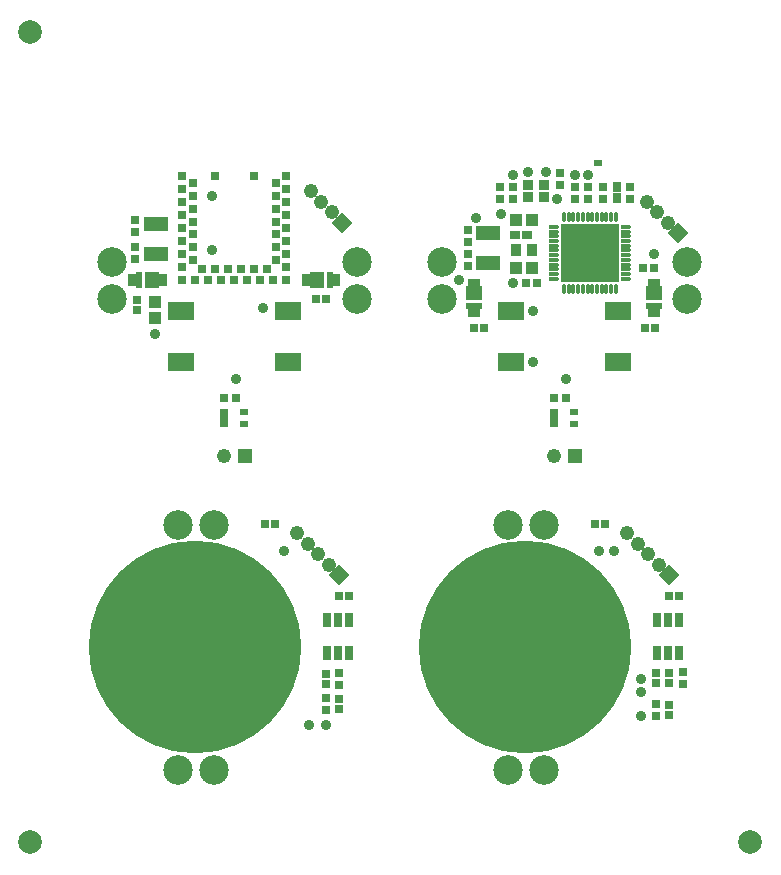
<source format=gts>
G04 Layer_Color=8388736*
%FSLAX25Y25*%
%MOIN*%
G70*
G01*
G75*
%ADD58C,0.07874*%
%ADD59R,0.02769X0.02276*%
%ADD60R,0.04343X0.03950*%
%ADD61R,0.02965X0.03162*%
%ADD62R,0.09068X0.05918*%
%ADD63R,0.03162X0.02965*%
%ADD64R,0.03162X0.02769*%
%ADD65R,0.07887X0.04737*%
%ADD66R,0.02769X0.03162*%
%ADD67R,0.03359X0.03950*%
%ADD68R,0.04816X0.05288*%
%ADD69R,0.01981X0.05288*%
%ADD70R,0.02729X0.02729*%
%ADD71C,0.70879*%
%ADD72R,0.03162X0.05131*%
%ADD73R,0.03753X0.03556*%
%ADD74R,0.03359X0.02769*%
%ADD75R,0.03753X0.03950*%
%ADD76R,0.02769X0.03359*%
%ADD77R,0.03950X0.04343*%
%ADD78O,0.01587X0.03359*%
%ADD79O,0.03359X0.01587*%
%ADD80R,0.19304X0.19304*%
%ADD81R,0.03950X0.03359*%
%ADD82R,0.05288X0.04816*%
%ADD83R,0.05288X0.01981*%
%ADD84R,0.02926X0.02375*%
%ADD85C,0.04761*%
G04:AMPARAMS|DCode=86|XSize=47.59mil|YSize=47.61mil|CornerRadius=0mil|HoleSize=0mil|Usage=FLASHONLY|Rotation=135.000|XOffset=0mil|YOffset=0mil|HoleType=Round|Shape=Rectangle|*
%AMROTATEDRECTD86*
4,1,4,0.03366,0.00001,-0.00001,-0.03366,-0.03366,-0.00001,0.00001,0.03366,0.03366,0.00001,0.0*
%
%ADD86ROTATEDRECTD86*%

%ADD87R,0.04759X0.04761*%
%ADD88C,0.09855*%
%ADD89C,0.03500*%
D58*
X15000Y15000D02*
D03*
Y285000D02*
D03*
X255000Y15000D02*
D03*
D59*
X86193Y154563D02*
D03*
Y158500D02*
D03*
X79500Y154563D02*
D03*
Y156532D02*
D03*
Y158500D02*
D03*
X189500D02*
D03*
Y156532D02*
D03*
Y154563D02*
D03*
X196193Y158500D02*
D03*
Y154563D02*
D03*
D60*
X56500Y189941D02*
D03*
X56500Y195059D02*
D03*
D61*
X50500Y195673D02*
D03*
X50500Y192327D02*
D03*
X228000Y60673D02*
D03*
Y57327D02*
D03*
X223500Y68000D02*
D03*
Y71346D02*
D03*
X228000Y68000D02*
D03*
Y71346D02*
D03*
X113500Y67827D02*
D03*
Y71173D02*
D03*
X118000Y59327D02*
D03*
Y62673D02*
D03*
D62*
X100913Y191965D02*
D03*
X65087D02*
D03*
X100913Y175035D02*
D03*
X65087D02*
D03*
X210913Y191965D02*
D03*
X175087D02*
D03*
X210913Y175035D02*
D03*
X175087D02*
D03*
D63*
X113673Y196000D02*
D03*
X110327D02*
D03*
X227827Y97000D02*
D03*
X231173D02*
D03*
X206673Y121000D02*
D03*
X203327D02*
D03*
X93327D02*
D03*
X96673D02*
D03*
X121173Y97000D02*
D03*
X117827D02*
D03*
X162827Y186500D02*
D03*
X166173Y186500D02*
D03*
X223173Y186500D02*
D03*
X219827D02*
D03*
D64*
X50000Y218531D02*
D03*
X50000Y222468D02*
D03*
Y213469D02*
D03*
Y209531D02*
D03*
X232500Y71642D02*
D03*
Y67705D02*
D03*
X223500Y60969D02*
D03*
Y57032D02*
D03*
X113500Y59031D02*
D03*
Y62968D02*
D03*
X118000Y67532D02*
D03*
Y71469D02*
D03*
X215000Y229563D02*
D03*
Y233500D02*
D03*
X171500Y233469D02*
D03*
Y229532D02*
D03*
X196500D02*
D03*
Y233469D02*
D03*
X201000Y229532D02*
D03*
Y233469D02*
D03*
X206000Y233500D02*
D03*
Y229563D02*
D03*
X176000Y229532D02*
D03*
Y233469D02*
D03*
X191500Y234032D02*
D03*
Y237968D02*
D03*
X161000Y210968D02*
D03*
Y207031D02*
D03*
X161000Y215032D02*
D03*
X161000Y218969D02*
D03*
D65*
X57000Y211157D02*
D03*
Y221000D02*
D03*
X167500Y208157D02*
D03*
Y218000D02*
D03*
D66*
X79532Y163000D02*
D03*
X83469D02*
D03*
X222969Y206500D02*
D03*
X219032D02*
D03*
X180032Y201500D02*
D03*
X183968D02*
D03*
X189532Y163000D02*
D03*
X193468D02*
D03*
D67*
X49352Y202500D02*
D03*
X58742D02*
D03*
X116648D02*
D03*
X107258D02*
D03*
D68*
X55494D02*
D03*
X110506D02*
D03*
D69*
X51124D02*
D03*
X114876D02*
D03*
D70*
X65650Y211118D02*
D03*
Y202457D02*
D03*
Y206787D02*
D03*
Y215449D02*
D03*
X69981Y202457D02*
D03*
X69194Y213283D02*
D03*
X72146Y206000D02*
D03*
X69194Y208953D02*
D03*
X65650Y224110D02*
D03*
Y228441D02*
D03*
X69194Y217614D02*
D03*
X65650Y219779D02*
D03*
Y232772D02*
D03*
Y237102D02*
D03*
X69194Y230606D02*
D03*
Y234937D02*
D03*
Y221945D02*
D03*
Y226276D02*
D03*
X78642Y202457D02*
D03*
X74312D02*
D03*
X82973Y202457D02*
D03*
X87304Y202457D02*
D03*
X80808Y206000D02*
D03*
X76477D02*
D03*
X89469D02*
D03*
X85139D02*
D03*
X91635Y202457D02*
D03*
X93800Y206000D02*
D03*
X100296Y202457D02*
D03*
X95965Y202457D02*
D03*
X100296Y206787D02*
D03*
X96753Y217614D02*
D03*
Y221945D02*
D03*
Y208953D02*
D03*
Y213283D02*
D03*
X89469Y237102D02*
D03*
X76477D02*
D03*
X96753Y226276D02*
D03*
Y230606D02*
D03*
X100296Y211118D02*
D03*
X100296Y215449D02*
D03*
Y219779D02*
D03*
Y224110D02*
D03*
X100296Y228441D02*
D03*
X96753Y234937D02*
D03*
X100296Y232772D02*
D03*
Y237102D02*
D03*
D71*
X180000Y80000D02*
D03*
X70000D02*
D03*
D72*
X231240Y89012D02*
D03*
X223760D02*
D03*
X227500D02*
D03*
Y77988D02*
D03*
X231240D02*
D03*
X223760D02*
D03*
X113760D02*
D03*
X121240D02*
D03*
X117500D02*
D03*
Y89012D02*
D03*
X113760D02*
D03*
X121240D02*
D03*
D73*
X186158Y233968D02*
D03*
X180842D02*
D03*
Y230031D02*
D03*
X186158D02*
D03*
D74*
X180370Y217500D02*
D03*
X176630D02*
D03*
D75*
X182158Y212500D02*
D03*
X176842D02*
D03*
D76*
X210500Y229661D02*
D03*
Y233402D02*
D03*
D77*
X176941Y222500D02*
D03*
X182059Y222500D02*
D03*
X176941Y206500D02*
D03*
X182059Y206500D02*
D03*
D78*
X192839Y199591D02*
D03*
X194413D02*
D03*
X195988D02*
D03*
X197563D02*
D03*
X199138D02*
D03*
X200713D02*
D03*
X202287D02*
D03*
X203862D02*
D03*
X205437D02*
D03*
X207012D02*
D03*
X208587D02*
D03*
X210161D02*
D03*
Y223410D02*
D03*
X208587D02*
D03*
X207012D02*
D03*
X205437D02*
D03*
X203862D02*
D03*
X202287D02*
D03*
X200713D02*
D03*
X199138D02*
D03*
X197563D02*
D03*
X195988D02*
D03*
X194413D02*
D03*
X192839D02*
D03*
D79*
X213409Y202839D02*
D03*
Y204413D02*
D03*
Y205988D02*
D03*
Y207563D02*
D03*
Y209138D02*
D03*
Y210713D02*
D03*
Y212287D02*
D03*
Y213862D02*
D03*
Y215437D02*
D03*
Y217012D02*
D03*
Y218587D02*
D03*
Y220161D02*
D03*
X189591D02*
D03*
Y218587D02*
D03*
Y217012D02*
D03*
Y215437D02*
D03*
Y213862D02*
D03*
Y212287D02*
D03*
Y210713D02*
D03*
Y209138D02*
D03*
Y207563D02*
D03*
Y205988D02*
D03*
Y204413D02*
D03*
Y202839D02*
D03*
D80*
X201500Y211500D02*
D03*
D81*
X163000Y191852D02*
D03*
Y201242D02*
D03*
X223000Y191852D02*
D03*
Y201242D02*
D03*
D82*
X163000Y197994D02*
D03*
X223000D02*
D03*
D83*
X163000Y193624D02*
D03*
X223000D02*
D03*
D84*
X204200Y241400D02*
D03*
D85*
X111929Y228571D02*
D03*
X108393Y232107D02*
D03*
X115464Y225036D02*
D03*
X79500Y143685D02*
D03*
X217393Y114607D02*
D03*
X220929Y111071D02*
D03*
X213858Y118142D02*
D03*
X224465Y107536D02*
D03*
X114464D02*
D03*
X103858Y118142D02*
D03*
X110929Y111071D02*
D03*
X107393Y114607D02*
D03*
X223929Y225071D02*
D03*
X220393Y228607D02*
D03*
X227465Y221535D02*
D03*
X189500Y143685D02*
D03*
D86*
X119000Y221500D02*
D03*
X228000Y104000D02*
D03*
X118000D02*
D03*
X231000Y218000D02*
D03*
D87*
X86500Y143685D02*
D03*
X196500D02*
D03*
D88*
X123945Y208405D02*
D03*
Y196201D02*
D03*
X42055Y208405D02*
D03*
Y196201D02*
D03*
X174094Y120945D02*
D03*
X186299D02*
D03*
X174094Y39055D02*
D03*
X186299D02*
D03*
X76299D02*
D03*
X64095D02*
D03*
X76299Y120945D02*
D03*
X64095D02*
D03*
X233945Y208405D02*
D03*
Y196201D02*
D03*
X152055Y208405D02*
D03*
Y196201D02*
D03*
D89*
X92500Y193000D02*
D03*
X75500Y212500D02*
D03*
Y230500D02*
D03*
X56500Y184500D02*
D03*
X83500Y169500D02*
D03*
X218500Y57000D02*
D03*
X209500Y112000D02*
D03*
X204500D02*
D03*
X218500Y69500D02*
D03*
Y65000D02*
D03*
X99500Y112000D02*
D03*
X102500Y81000D02*
D03*
X108000Y54000D02*
D03*
X113500D02*
D03*
X190500Y229500D02*
D03*
X223000Y211000D02*
D03*
X163500Y223000D02*
D03*
X193500Y169500D02*
D03*
X182500Y192000D02*
D03*
Y175000D02*
D03*
X176000Y201500D02*
D03*
Y237500D02*
D03*
X181000Y238500D02*
D03*
X187000D02*
D03*
X196500Y237500D02*
D03*
X201000D02*
D03*
X194413Y204413D02*
D03*
Y209138D02*
D03*
Y213862D02*
D03*
Y218587D02*
D03*
X199138Y204413D02*
D03*
X199138Y209138D02*
D03*
Y213862D02*
D03*
X199138Y218587D02*
D03*
X203862Y204413D02*
D03*
Y209138D02*
D03*
Y213862D02*
D03*
Y218587D02*
D03*
X208587Y204413D02*
D03*
Y209138D02*
D03*
Y213862D02*
D03*
Y218587D02*
D03*
X172000Y224500D02*
D03*
X158000Y202500D02*
D03*
M02*

</source>
